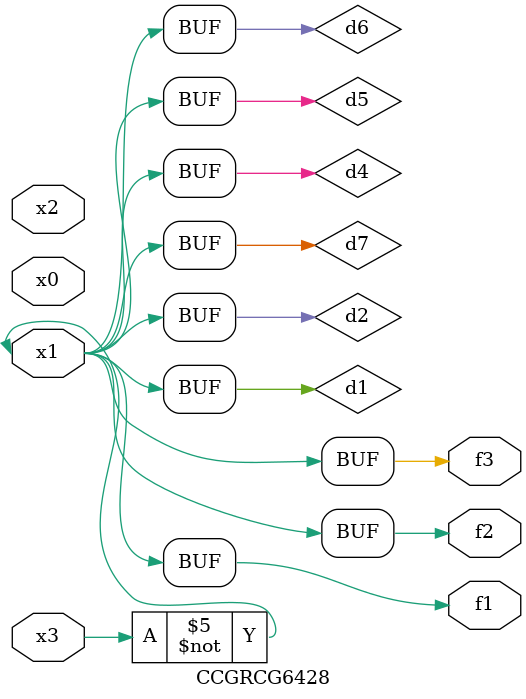
<source format=v>
module CCGRCG6428(
	input x0, x1, x2, x3,
	output f1, f2, f3
);

	wire d1, d2, d3, d4, d5, d6, d7;

	not (d1, x3);
	buf (d2, x1);
	xnor (d3, d1, d2);
	nor (d4, d1);
	buf (d5, d1, d2);
	buf (d6, d4, d5);
	nand (d7, d4);
	assign f1 = d6;
	assign f2 = d7;
	assign f3 = d6;
endmodule

</source>
